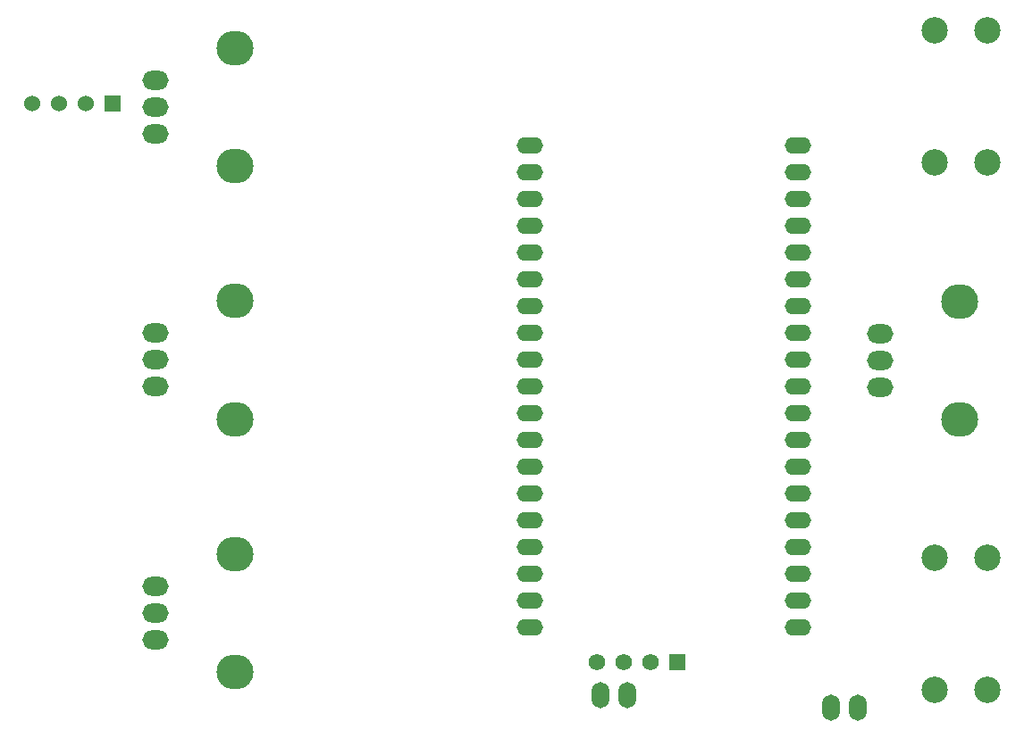
<source format=gbl>
G04 Layer: BottomLayer*
G04 EasyEDA v6.5.42, 2024-03-15 07:08:18*
G04 07cce05110d743cda764b2ea28b01f41,76978c21ee6b45f5ab94bb382069c2cd,10*
G04 Gerber Generator version 0.2*
G04 Scale: 100 percent, Rotated: No, Reflected: No *
G04 Dimensions in millimeters *
G04 leading zeros omitted , absolute positions ,4 integer and 5 decimal *
%FSLAX45Y45*%
%MOMM*%

%AMMACRO1*21,1,$1,$2,0,0,$3*%
%ADD10O,1.6999966X2.4999949999999997*%
%ADD11O,2.4999949999999997X1.7999964*%
%ADD12O,3.4999930000000004X3.2999934000000004*%
%ADD13O,2.4999949999999997X1.560068*%
%ADD14C,1.5240*%
%ADD15MACRO1,1.524X1.524X-90.0000*%
%ADD16C,2.5000*%
%ADD17MACRO1,1.5748X1.5748X0.0000*%
%ADD18C,1.5748*%

%LPD*%
D10*
G01*
X8026400Y-6794500D03*
G01*
X8280400Y-6794500D03*
D11*
G01*
X8489594Y-3759200D03*
G01*
X8489594Y-3505200D03*
G01*
X8489594Y-3251200D03*
D12*
G01*
X9239605Y-4065193D03*
G01*
X9239605Y-2945206D03*
D11*
G01*
X1624990Y-6153988D03*
G01*
X1624990Y-5899988D03*
G01*
X1624990Y-5645988D03*
D12*
G01*
X2375001Y-6459981D03*
G01*
X2375001Y-5339994D03*
D11*
G01*
X1624990Y-3753993D03*
G01*
X1624990Y-3499993D03*
G01*
X1624990Y-3245993D03*
D12*
G01*
X2375001Y-4059986D03*
G01*
X2375001Y-2939999D03*
D11*
G01*
X1624990Y-1353997D03*
G01*
X1624990Y-1099997D03*
G01*
X1624990Y-845997D03*
D12*
G01*
X2375001Y-1659991D03*
G01*
X2375001Y-540004D03*
D13*
G01*
X5168900Y-6032500D03*
G01*
X5168900Y-5778500D03*
G01*
X5168900Y-5524500D03*
G01*
X5168900Y-5270500D03*
G01*
X5168900Y-5016500D03*
G01*
X5168900Y-4762500D03*
G01*
X5168900Y-4508500D03*
G01*
X5168900Y-4254500D03*
G01*
X5168900Y-4000500D03*
G01*
X5168900Y-3746500D03*
G01*
X5168900Y-3492500D03*
G01*
X5168900Y-3238500D03*
G01*
X5168900Y-2984500D03*
G01*
X5168900Y-2730500D03*
G01*
X5168900Y-2476500D03*
G01*
X5168900Y-2222500D03*
G01*
X5168900Y-1968500D03*
G01*
X5168900Y-1714500D03*
G01*
X5168900Y-1460500D03*
G01*
X7708900Y-5778500D03*
G01*
X7708900Y-5524500D03*
G01*
X7708900Y-5270500D03*
G01*
X7708900Y-5016500D03*
G01*
X7708900Y-4762500D03*
G01*
X7708900Y-4508500D03*
G01*
X7708900Y-4254500D03*
G01*
X7708900Y-4000500D03*
G01*
X7708900Y-3746500D03*
G01*
X7708900Y-3492500D03*
G01*
X7708900Y-3238500D03*
G01*
X7708900Y-2984500D03*
G01*
X7708900Y-2730500D03*
G01*
X7708900Y-2476500D03*
G01*
X7708900Y-2222500D03*
G01*
X7708900Y-1968500D03*
G01*
X7708900Y-6032500D03*
G01*
X7708900Y-1714500D03*
G01*
X7708900Y-1460500D03*
D14*
G01*
X457200Y-1066800D03*
G01*
X711200Y-1066800D03*
G01*
X965200Y-1066800D03*
D15*
G01*
X1219200Y-1066800D03*
D16*
G01*
X9502063Y-1624990D03*
G01*
X9502063Y-375005D03*
G01*
X9002064Y-375005D03*
G01*
X9002064Y-1624990D03*
G01*
X9002090Y-5374995D03*
G01*
X9002090Y-6624980D03*
G01*
X9502089Y-6624980D03*
G01*
X9502089Y-5374995D03*
D10*
G01*
X6096000Y-6680200D03*
G01*
X5842000Y-6680200D03*
D17*
G01*
X6565900Y-6362700D03*
D18*
G01*
X6311900Y-6362700D03*
G01*
X6057900Y-6362700D03*
G01*
X5803900Y-6362700D03*
M02*

</source>
